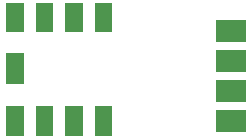
<source format=gbr>
G04 start of page 13 for group -4014 idx -4014 *
G04 Title: (unknown), bottompaste *
G04 Creator: pcb 20110918 *
G04 CreationDate: Fri Sep 12 16:05:54 2014 UTC *
G04 For: fosse *
G04 Format: Gerber/RS-274X *
G04 PCB-Dimensions: 300000 300000 *
G04 PCB-Coordinate-Origin: lower left *
%MOIN*%
%FSLAX25Y25*%
%LNBOTTOMPASTE*%
%ADD75R,0.0750X0.0750*%
%ADD74R,0.0590X0.0590*%
%ADD73R,0.0591X0.0591*%
%ADD72R,0.0590X0.0590*%
G54D72*X26000Y232211D02*Y228273D01*
G54D73*X35842Y232210D02*Y228273D01*
G54D72*X45684Y232211D02*Y228273D01*
G54D73*X55527Y232210D02*Y228273D01*
G54D72*X26000Y266659D02*Y262721D01*
G54D73*X35842Y266658D02*Y262722D01*
G54D72*X45684Y266659D02*Y262721D01*
G54D73*X55527Y266658D02*Y262722D01*
G54D74*X26164Y249783D02*Y245459D01*
G54D75*X96750Y230250D02*X99250D01*
X96750Y240250D02*X99250D01*
X96750Y250250D02*X99250D01*
X96750Y260250D02*X99250D01*
M02*

</source>
